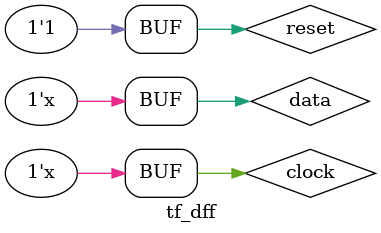
<source format=v>
`timescale 1ns / 1ps


module tf_dff;

	// Inputs
	reg data;
	reg clock;
	reg reset;

	// Outputs
	wire out;

	// Instantiate the Unit Under Test (UUT)
	dff uut (
		.out(out), 
		.data(data), 
		.clock(clock), 
		.reset(reset)
	);

	initial begin
		// Initialize Inputs
		data = 0;
		clock = 0;
		reset = 0;

		// Wait 100 ns for global reset to finish
		#100;
        
		// Add stimulus here
	end
      always #100 clock= ~clock;
		always #10 reset = 1;
		always #30 data = ~data;
endmodule


</source>
